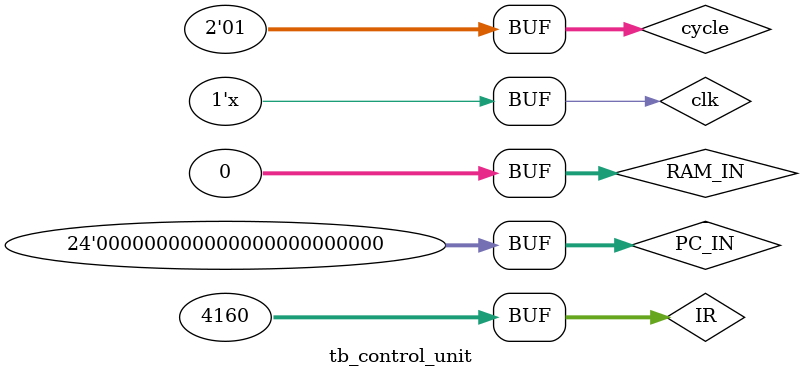
<source format=v>
`timescale 1ns / 1ps


module tb_control_unit;

    reg clk;
    reg [31:0] IR;
    reg [1:0] cycle;
    reg [23:0] PC_IN;
    wire [31:0] REG_A_DATA_IN;
    wire [31:0] REG_B_DATA_IN;
    reg [31:0] RAM_IN;
    wire [31:0] ACC_IN;
    wire [31:0] ACC_OUT;
    wire [31:0] AUX_IN;
    wire [31:0] AUX_OUT;
    wire [31:0] FLAGS_OUT;
    wire [31:0] FLAGS_IN;
    wire [3:0] ALU_OP_OUT;
    wire MEM_WRITE_ENABLE, REG_CLEAR_ENABLE, REG_WRITE_ENABLE, ALU_WRITE_ENABLE;
    wire [31:0] ALU_OPER_1_OUT, ALU_OPER_2_OUT, RAM_OUT, REG_WRITE_DATA;
    wire [23:0] PC_DATA, MEM_ADDR_OUT;
    wire [4:0] REG_WRITE_SELECTOR, REG_READ_A_SELECTOR, REG_READ_B_SELECTOR;
    wire NEXT_INSTRUCTION, PC_WRITE_ENABLE;
    wire BS_STATE;
    
    protected_reg32 acc_reg (
        .data_in (ACC_OUT),
        .CLK_IN (clk),
        .write_enable (ALU_WRITE_ENABLE),
        .reset (0),
        .data_out (ACC_IN)
    );
    protected_reg32 flags_reg (
        .data_in (FLAGS_OUT),
        .CLK_IN (clk),
        .write_enable (ALU_WRITE_ENABLE),
        .reset (0),
        .data_out (FLAGS_IN)
    );
    protected_reg32 aux_reg (
        .data_in (AUX_OUT),
        .CLK_IN (clk),
        .write_enable (ALU_WRITE_ENABLE),
        .reset (0),
        .data_out (AUX_IN)
    );
    control_unit cu0 (
        .CLK_IN (clk),
        .IR_IN (IR),
        .CYCLE_IN (cycle),
        .PC_IN (PC_IN),
        .REG_A_IN (REG_A_DATA_IN),
        .REG_B_IN (REG_B_DATA_IN),
        .MEM_IN (RAM_IN),
        .ACC_IN (ACC_IN),
        .AUX_IN (AUX_IN),
        .FLAGS_IN (FLAGS_IN),
        .ALU_OP_OUT (ALU_OP_OUT),
        .MEM_WRITE_ENABLE (MEM_WRITE_ENABLE),
        .REG_CLEAR_ENABLE (REG_CLEAR_ENABLE),
        .REG_WRITE_ENABLE_OUT (REG_WRITE_ENABLE),
        .ALU_ENABLE (ALU_WRITE_ENABLE),
        .ALU_OPER_1_OUT (ALU_OPER_1_OUT),
        .ALU_OPER_2_OUT (ALU_OPER_2_OUT),
        .MEM_OUT (RAM_OUT),
        .REG_WRITE_DATA_OUT (REG_WRITE_DATA),
        .PC_DATA_OUT (PC_DATA),
        .MEM_ADDR_OUT (MEM_ADDR_OUT),
        .REG_WRITE_SELECTOR_OUT (REG_WRITE_SELECTOR),
        .REG_READ_A_SELECTOR_OUT (REG_READ_A_SELECTOR),
        .REG_READ_B_SELECTOR_OUT (REG_READ_B_SELECTOR),
        .BOOTSTRAP_STATE (BS_STATE),
        .PC_WRITE_ENABLE (PC_WRITE_ENABLE),
        .NEXT_INSTRUCTION_TRIGGER (NEXT_INSTRUCTION)
    );
    register_file rf0 (
        .REG_READ_SELECTOR_A (REG_READ_A_SELECTOR),
        .REG_READ_SELECTOR_B (REG_READ_B_SELECTOR),
        .REG_READ_DATA_B (REG_B_DATA_IN),
        .REG_READ_DATA_A (REG_A_DATA_IN),
        .REG_WRITE_SELECTOR (REG_WRITE_SELECTOR),
        .REG_WRITE_DATA_IN (REG_WRITE_DATA),
        .REG_WRITE_ENABLE (REG_WRITE_ENABLE),
        .REG_CLEAR_ENABLE (REG_CLEAR_ENABLE),
        .CLK_IN (clk)
    );
    ALU al0 (
        .REG_A (ALU_OPER_1_OUT),
        .REG_B (ALU_OPER_2_OUT),
        .OP_SEL (ALU_OP_OUT),
        .FLAGS (FLAGS_OUT),
        .ACC (ACC_OUT),
        .AUX (AUX_OUT)
    );
        task check_register_value(input [31:0] register_val, input [31:0] expected_val);
            begin
                if(register_val != expected_val) begin
                    $error("The reg value is wrong!");
                end
            end
        endtask
        task test1;
            begin
                #10;
                IR = 32'b00000000000010000000000001100010;
                cycle = 0;
                #5;
                cycle = 1;
                #5;
                IR = 32'b00000000000000000001000011100010;
                cycle = 0;
                #5
                cycle = 1;
                #5
                IR = 32'b00000000000000000001000001000000;
                cycle = 0;
                #5;
                cycle = 1;
                #5;
            end
        endtask
        initial begin
            IR = 0;
            cycle = 0;
            PC_IN = 0;
            RAM_IN = 0;
            clk = 1'b0;
            test1();
        end
        always begin
            #5 clk = ~clk;
        end
endmodule

</source>
